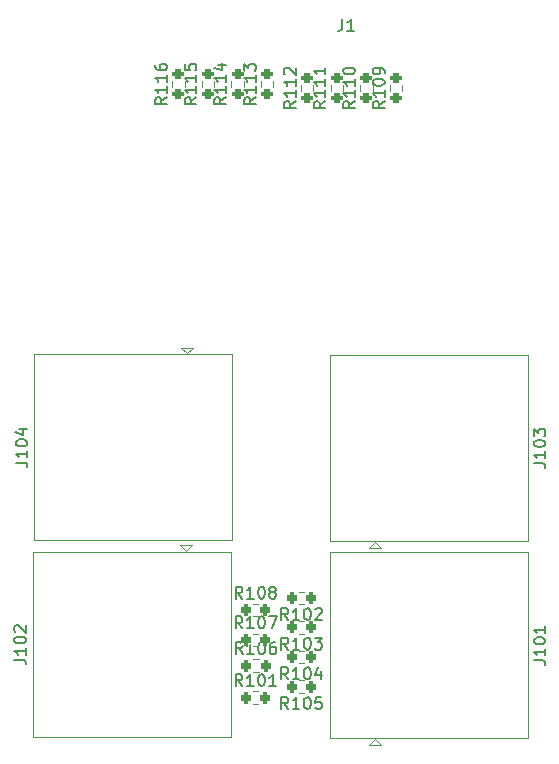
<source format=gbr>
%TF.GenerationSoftware,KiCad,Pcbnew,8.0.5-8.0.5-0~ubuntu22.04.1*%
%TF.CreationDate,2024-10-05T09:37:12-07:00*%
%TF.ProjectId,siglent-la,7369676c-656e-4742-9d6c-612e6b696361,rev?*%
%TF.SameCoordinates,Original*%
%TF.FileFunction,Legend,Top*%
%TF.FilePolarity,Positive*%
%FSLAX46Y46*%
G04 Gerber Fmt 4.6, Leading zero omitted, Abs format (unit mm)*
G04 Created by KiCad (PCBNEW 8.0.5-8.0.5-0~ubuntu22.04.1) date 2024-10-05 09:37:12*
%MOMM*%
%LPD*%
G01*
G04 APERTURE LIST*
G04 Aperture macros list*
%AMRoundRect*
0 Rectangle with rounded corners*
0 $1 Rounding radius*
0 $2 $3 $4 $5 $6 $7 $8 $9 X,Y pos of 4 corners*
0 Add a 4 corners polygon primitive as box body*
4,1,4,$2,$3,$4,$5,$6,$7,$8,$9,$2,$3,0*
0 Add four circle primitives for the rounded corners*
1,1,$1+$1,$2,$3*
1,1,$1+$1,$4,$5*
1,1,$1+$1,$6,$7*
1,1,$1+$1,$8,$9*
0 Add four rect primitives between the rounded corners*
20,1,$1+$1,$2,$3,$4,$5,0*
20,1,$1+$1,$4,$5,$6,$7,0*
20,1,$1+$1,$6,$7,$8,$9,0*
20,1,$1+$1,$8,$9,$2,$3,0*%
G04 Aperture macros list end*
%ADD10C,0.150000*%
%ADD11C,0.120000*%
%ADD12C,3.650000*%
%ADD13RoundRect,0.200000X0.275000X-0.200000X0.275000X0.200000X-0.275000X0.200000X-0.275000X-0.200000X0*%
%ADD14RoundRect,0.200000X-0.200000X-0.275000X0.200000X-0.275000X0.200000X0.275000X-0.200000X0.275000X0*%
%ADD15RoundRect,0.200000X0.200000X0.275000X-0.200000X0.275000X-0.200000X-0.275000X0.200000X-0.275000X0*%
%ADD16R,1.500000X1.500000*%
%ADD17C,1.500000*%
%ADD18R,0.700000X4.300000*%
%ADD19R,0.700000X3.200000*%
G04 APERTURE END LIST*
D10*
X100214819Y-76594047D02*
X99738628Y-76927380D01*
X100214819Y-77165475D02*
X99214819Y-77165475D01*
X99214819Y-77165475D02*
X99214819Y-76784523D01*
X99214819Y-76784523D02*
X99262438Y-76689285D01*
X99262438Y-76689285D02*
X99310057Y-76641666D01*
X99310057Y-76641666D02*
X99405295Y-76594047D01*
X99405295Y-76594047D02*
X99548152Y-76594047D01*
X99548152Y-76594047D02*
X99643390Y-76641666D01*
X99643390Y-76641666D02*
X99691009Y-76689285D01*
X99691009Y-76689285D02*
X99738628Y-76784523D01*
X99738628Y-76784523D02*
X99738628Y-77165475D01*
X100214819Y-75641666D02*
X100214819Y-76213094D01*
X100214819Y-75927380D02*
X99214819Y-75927380D01*
X99214819Y-75927380D02*
X99357676Y-76022618D01*
X99357676Y-76022618D02*
X99452914Y-76117856D01*
X99452914Y-76117856D02*
X99500533Y-76213094D01*
X100214819Y-74689285D02*
X100214819Y-75260713D01*
X100214819Y-74974999D02*
X99214819Y-74974999D01*
X99214819Y-74974999D02*
X99357676Y-75070237D01*
X99357676Y-75070237D02*
X99452914Y-75165475D01*
X99452914Y-75165475D02*
X99500533Y-75260713D01*
X99214819Y-73832142D02*
X99214819Y-74022618D01*
X99214819Y-74022618D02*
X99262438Y-74117856D01*
X99262438Y-74117856D02*
X99310057Y-74165475D01*
X99310057Y-74165475D02*
X99452914Y-74260713D01*
X99452914Y-74260713D02*
X99643390Y-74308332D01*
X99643390Y-74308332D02*
X100024342Y-74308332D01*
X100024342Y-74308332D02*
X100119580Y-74260713D01*
X100119580Y-74260713D02*
X100167200Y-74213094D01*
X100167200Y-74213094D02*
X100214819Y-74117856D01*
X100214819Y-74117856D02*
X100214819Y-73927380D01*
X100214819Y-73927380D02*
X100167200Y-73832142D01*
X100167200Y-73832142D02*
X100119580Y-73784523D01*
X100119580Y-73784523D02*
X100024342Y-73736904D01*
X100024342Y-73736904D02*
X99786247Y-73736904D01*
X99786247Y-73736904D02*
X99691009Y-73784523D01*
X99691009Y-73784523D02*
X99643390Y-73832142D01*
X99643390Y-73832142D02*
X99595771Y-73927380D01*
X99595771Y-73927380D02*
X99595771Y-74117856D01*
X99595771Y-74117856D02*
X99643390Y-74213094D01*
X99643390Y-74213094D02*
X99691009Y-74260713D01*
X99691009Y-74260713D02*
X99786247Y-74308332D01*
X102724819Y-76594047D02*
X102248628Y-76927380D01*
X102724819Y-77165475D02*
X101724819Y-77165475D01*
X101724819Y-77165475D02*
X101724819Y-76784523D01*
X101724819Y-76784523D02*
X101772438Y-76689285D01*
X101772438Y-76689285D02*
X101820057Y-76641666D01*
X101820057Y-76641666D02*
X101915295Y-76594047D01*
X101915295Y-76594047D02*
X102058152Y-76594047D01*
X102058152Y-76594047D02*
X102153390Y-76641666D01*
X102153390Y-76641666D02*
X102201009Y-76689285D01*
X102201009Y-76689285D02*
X102248628Y-76784523D01*
X102248628Y-76784523D02*
X102248628Y-77165475D01*
X102724819Y-75641666D02*
X102724819Y-76213094D01*
X102724819Y-75927380D02*
X101724819Y-75927380D01*
X101724819Y-75927380D02*
X101867676Y-76022618D01*
X101867676Y-76022618D02*
X101962914Y-76117856D01*
X101962914Y-76117856D02*
X102010533Y-76213094D01*
X102724819Y-74689285D02*
X102724819Y-75260713D01*
X102724819Y-74974999D02*
X101724819Y-74974999D01*
X101724819Y-74974999D02*
X101867676Y-75070237D01*
X101867676Y-75070237D02*
X101962914Y-75165475D01*
X101962914Y-75165475D02*
X102010533Y-75260713D01*
X101724819Y-73784523D02*
X101724819Y-74260713D01*
X101724819Y-74260713D02*
X102201009Y-74308332D01*
X102201009Y-74308332D02*
X102153390Y-74260713D01*
X102153390Y-74260713D02*
X102105771Y-74165475D01*
X102105771Y-74165475D02*
X102105771Y-73927380D01*
X102105771Y-73927380D02*
X102153390Y-73832142D01*
X102153390Y-73832142D02*
X102201009Y-73784523D01*
X102201009Y-73784523D02*
X102296247Y-73736904D01*
X102296247Y-73736904D02*
X102534342Y-73736904D01*
X102534342Y-73736904D02*
X102629580Y-73784523D01*
X102629580Y-73784523D02*
X102677200Y-73832142D01*
X102677200Y-73832142D02*
X102724819Y-73927380D01*
X102724819Y-73927380D02*
X102724819Y-74165475D01*
X102724819Y-74165475D02*
X102677200Y-74260713D01*
X102677200Y-74260713D02*
X102629580Y-74308332D01*
X105234819Y-76594047D02*
X104758628Y-76927380D01*
X105234819Y-77165475D02*
X104234819Y-77165475D01*
X104234819Y-77165475D02*
X104234819Y-76784523D01*
X104234819Y-76784523D02*
X104282438Y-76689285D01*
X104282438Y-76689285D02*
X104330057Y-76641666D01*
X104330057Y-76641666D02*
X104425295Y-76594047D01*
X104425295Y-76594047D02*
X104568152Y-76594047D01*
X104568152Y-76594047D02*
X104663390Y-76641666D01*
X104663390Y-76641666D02*
X104711009Y-76689285D01*
X104711009Y-76689285D02*
X104758628Y-76784523D01*
X104758628Y-76784523D02*
X104758628Y-77165475D01*
X105234819Y-75641666D02*
X105234819Y-76213094D01*
X105234819Y-75927380D02*
X104234819Y-75927380D01*
X104234819Y-75927380D02*
X104377676Y-76022618D01*
X104377676Y-76022618D02*
X104472914Y-76117856D01*
X104472914Y-76117856D02*
X104520533Y-76213094D01*
X105234819Y-74689285D02*
X105234819Y-75260713D01*
X105234819Y-74974999D02*
X104234819Y-74974999D01*
X104234819Y-74974999D02*
X104377676Y-75070237D01*
X104377676Y-75070237D02*
X104472914Y-75165475D01*
X104472914Y-75165475D02*
X104520533Y-75260713D01*
X104568152Y-73832142D02*
X105234819Y-73832142D01*
X104187200Y-74070237D02*
X104901485Y-74308332D01*
X104901485Y-74308332D02*
X104901485Y-73689285D01*
X107744819Y-76594047D02*
X107268628Y-76927380D01*
X107744819Y-77165475D02*
X106744819Y-77165475D01*
X106744819Y-77165475D02*
X106744819Y-76784523D01*
X106744819Y-76784523D02*
X106792438Y-76689285D01*
X106792438Y-76689285D02*
X106840057Y-76641666D01*
X106840057Y-76641666D02*
X106935295Y-76594047D01*
X106935295Y-76594047D02*
X107078152Y-76594047D01*
X107078152Y-76594047D02*
X107173390Y-76641666D01*
X107173390Y-76641666D02*
X107221009Y-76689285D01*
X107221009Y-76689285D02*
X107268628Y-76784523D01*
X107268628Y-76784523D02*
X107268628Y-77165475D01*
X107744819Y-75641666D02*
X107744819Y-76213094D01*
X107744819Y-75927380D02*
X106744819Y-75927380D01*
X106744819Y-75927380D02*
X106887676Y-76022618D01*
X106887676Y-76022618D02*
X106982914Y-76117856D01*
X106982914Y-76117856D02*
X107030533Y-76213094D01*
X107744819Y-74689285D02*
X107744819Y-75260713D01*
X107744819Y-74974999D02*
X106744819Y-74974999D01*
X106744819Y-74974999D02*
X106887676Y-75070237D01*
X106887676Y-75070237D02*
X106982914Y-75165475D01*
X106982914Y-75165475D02*
X107030533Y-75260713D01*
X106744819Y-74355951D02*
X106744819Y-73736904D01*
X106744819Y-73736904D02*
X107125771Y-74070237D01*
X107125771Y-74070237D02*
X107125771Y-73927380D01*
X107125771Y-73927380D02*
X107173390Y-73832142D01*
X107173390Y-73832142D02*
X107221009Y-73784523D01*
X107221009Y-73784523D02*
X107316247Y-73736904D01*
X107316247Y-73736904D02*
X107554342Y-73736904D01*
X107554342Y-73736904D02*
X107649580Y-73784523D01*
X107649580Y-73784523D02*
X107697200Y-73832142D01*
X107697200Y-73832142D02*
X107744819Y-73927380D01*
X107744819Y-73927380D02*
X107744819Y-74213094D01*
X107744819Y-74213094D02*
X107697200Y-74308332D01*
X107697200Y-74308332D02*
X107649580Y-74355951D01*
X111124819Y-76919047D02*
X110648628Y-77252380D01*
X111124819Y-77490475D02*
X110124819Y-77490475D01*
X110124819Y-77490475D02*
X110124819Y-77109523D01*
X110124819Y-77109523D02*
X110172438Y-77014285D01*
X110172438Y-77014285D02*
X110220057Y-76966666D01*
X110220057Y-76966666D02*
X110315295Y-76919047D01*
X110315295Y-76919047D02*
X110458152Y-76919047D01*
X110458152Y-76919047D02*
X110553390Y-76966666D01*
X110553390Y-76966666D02*
X110601009Y-77014285D01*
X110601009Y-77014285D02*
X110648628Y-77109523D01*
X110648628Y-77109523D02*
X110648628Y-77490475D01*
X111124819Y-75966666D02*
X111124819Y-76538094D01*
X111124819Y-76252380D02*
X110124819Y-76252380D01*
X110124819Y-76252380D02*
X110267676Y-76347618D01*
X110267676Y-76347618D02*
X110362914Y-76442856D01*
X110362914Y-76442856D02*
X110410533Y-76538094D01*
X111124819Y-75014285D02*
X111124819Y-75585713D01*
X111124819Y-75299999D02*
X110124819Y-75299999D01*
X110124819Y-75299999D02*
X110267676Y-75395237D01*
X110267676Y-75395237D02*
X110362914Y-75490475D01*
X110362914Y-75490475D02*
X110410533Y-75585713D01*
X110220057Y-74633332D02*
X110172438Y-74585713D01*
X110172438Y-74585713D02*
X110124819Y-74490475D01*
X110124819Y-74490475D02*
X110124819Y-74252380D01*
X110124819Y-74252380D02*
X110172438Y-74157142D01*
X110172438Y-74157142D02*
X110220057Y-74109523D01*
X110220057Y-74109523D02*
X110315295Y-74061904D01*
X110315295Y-74061904D02*
X110410533Y-74061904D01*
X110410533Y-74061904D02*
X110553390Y-74109523D01*
X110553390Y-74109523D02*
X111124819Y-74680951D01*
X111124819Y-74680951D02*
X111124819Y-74061904D01*
X113634819Y-76919047D02*
X113158628Y-77252380D01*
X113634819Y-77490475D02*
X112634819Y-77490475D01*
X112634819Y-77490475D02*
X112634819Y-77109523D01*
X112634819Y-77109523D02*
X112682438Y-77014285D01*
X112682438Y-77014285D02*
X112730057Y-76966666D01*
X112730057Y-76966666D02*
X112825295Y-76919047D01*
X112825295Y-76919047D02*
X112968152Y-76919047D01*
X112968152Y-76919047D02*
X113063390Y-76966666D01*
X113063390Y-76966666D02*
X113111009Y-77014285D01*
X113111009Y-77014285D02*
X113158628Y-77109523D01*
X113158628Y-77109523D02*
X113158628Y-77490475D01*
X113634819Y-75966666D02*
X113634819Y-76538094D01*
X113634819Y-76252380D02*
X112634819Y-76252380D01*
X112634819Y-76252380D02*
X112777676Y-76347618D01*
X112777676Y-76347618D02*
X112872914Y-76442856D01*
X112872914Y-76442856D02*
X112920533Y-76538094D01*
X113634819Y-75014285D02*
X113634819Y-75585713D01*
X113634819Y-75299999D02*
X112634819Y-75299999D01*
X112634819Y-75299999D02*
X112777676Y-75395237D01*
X112777676Y-75395237D02*
X112872914Y-75490475D01*
X112872914Y-75490475D02*
X112920533Y-75585713D01*
X113634819Y-74061904D02*
X113634819Y-74633332D01*
X113634819Y-74347618D02*
X112634819Y-74347618D01*
X112634819Y-74347618D02*
X112777676Y-74442856D01*
X112777676Y-74442856D02*
X112872914Y-74538094D01*
X112872914Y-74538094D02*
X112920533Y-74633332D01*
X116144819Y-76919047D02*
X115668628Y-77252380D01*
X116144819Y-77490475D02*
X115144819Y-77490475D01*
X115144819Y-77490475D02*
X115144819Y-77109523D01*
X115144819Y-77109523D02*
X115192438Y-77014285D01*
X115192438Y-77014285D02*
X115240057Y-76966666D01*
X115240057Y-76966666D02*
X115335295Y-76919047D01*
X115335295Y-76919047D02*
X115478152Y-76919047D01*
X115478152Y-76919047D02*
X115573390Y-76966666D01*
X115573390Y-76966666D02*
X115621009Y-77014285D01*
X115621009Y-77014285D02*
X115668628Y-77109523D01*
X115668628Y-77109523D02*
X115668628Y-77490475D01*
X116144819Y-75966666D02*
X116144819Y-76538094D01*
X116144819Y-76252380D02*
X115144819Y-76252380D01*
X115144819Y-76252380D02*
X115287676Y-76347618D01*
X115287676Y-76347618D02*
X115382914Y-76442856D01*
X115382914Y-76442856D02*
X115430533Y-76538094D01*
X116144819Y-75014285D02*
X116144819Y-75585713D01*
X116144819Y-75299999D02*
X115144819Y-75299999D01*
X115144819Y-75299999D02*
X115287676Y-75395237D01*
X115287676Y-75395237D02*
X115382914Y-75490475D01*
X115382914Y-75490475D02*
X115430533Y-75585713D01*
X115144819Y-74395237D02*
X115144819Y-74299999D01*
X115144819Y-74299999D02*
X115192438Y-74204761D01*
X115192438Y-74204761D02*
X115240057Y-74157142D01*
X115240057Y-74157142D02*
X115335295Y-74109523D01*
X115335295Y-74109523D02*
X115525771Y-74061904D01*
X115525771Y-74061904D02*
X115763866Y-74061904D01*
X115763866Y-74061904D02*
X115954342Y-74109523D01*
X115954342Y-74109523D02*
X116049580Y-74157142D01*
X116049580Y-74157142D02*
X116097200Y-74204761D01*
X116097200Y-74204761D02*
X116144819Y-74299999D01*
X116144819Y-74299999D02*
X116144819Y-74395237D01*
X116144819Y-74395237D02*
X116097200Y-74490475D01*
X116097200Y-74490475D02*
X116049580Y-74538094D01*
X116049580Y-74538094D02*
X115954342Y-74585713D01*
X115954342Y-74585713D02*
X115763866Y-74633332D01*
X115763866Y-74633332D02*
X115525771Y-74633332D01*
X115525771Y-74633332D02*
X115335295Y-74585713D01*
X115335295Y-74585713D02*
X115240057Y-74538094D01*
X115240057Y-74538094D02*
X115192438Y-74490475D01*
X115192438Y-74490475D02*
X115144819Y-74395237D01*
X118654819Y-76919047D02*
X118178628Y-77252380D01*
X118654819Y-77490475D02*
X117654819Y-77490475D01*
X117654819Y-77490475D02*
X117654819Y-77109523D01*
X117654819Y-77109523D02*
X117702438Y-77014285D01*
X117702438Y-77014285D02*
X117750057Y-76966666D01*
X117750057Y-76966666D02*
X117845295Y-76919047D01*
X117845295Y-76919047D02*
X117988152Y-76919047D01*
X117988152Y-76919047D02*
X118083390Y-76966666D01*
X118083390Y-76966666D02*
X118131009Y-77014285D01*
X118131009Y-77014285D02*
X118178628Y-77109523D01*
X118178628Y-77109523D02*
X118178628Y-77490475D01*
X118654819Y-75966666D02*
X118654819Y-76538094D01*
X118654819Y-76252380D02*
X117654819Y-76252380D01*
X117654819Y-76252380D02*
X117797676Y-76347618D01*
X117797676Y-76347618D02*
X117892914Y-76442856D01*
X117892914Y-76442856D02*
X117940533Y-76538094D01*
X117654819Y-75347618D02*
X117654819Y-75252380D01*
X117654819Y-75252380D02*
X117702438Y-75157142D01*
X117702438Y-75157142D02*
X117750057Y-75109523D01*
X117750057Y-75109523D02*
X117845295Y-75061904D01*
X117845295Y-75061904D02*
X118035771Y-75014285D01*
X118035771Y-75014285D02*
X118273866Y-75014285D01*
X118273866Y-75014285D02*
X118464342Y-75061904D01*
X118464342Y-75061904D02*
X118559580Y-75109523D01*
X118559580Y-75109523D02*
X118607200Y-75157142D01*
X118607200Y-75157142D02*
X118654819Y-75252380D01*
X118654819Y-75252380D02*
X118654819Y-75347618D01*
X118654819Y-75347618D02*
X118607200Y-75442856D01*
X118607200Y-75442856D02*
X118559580Y-75490475D01*
X118559580Y-75490475D02*
X118464342Y-75538094D01*
X118464342Y-75538094D02*
X118273866Y-75585713D01*
X118273866Y-75585713D02*
X118035771Y-75585713D01*
X118035771Y-75585713D02*
X117845295Y-75538094D01*
X117845295Y-75538094D02*
X117750057Y-75490475D01*
X117750057Y-75490475D02*
X117702438Y-75442856D01*
X117702438Y-75442856D02*
X117654819Y-75347618D01*
X118654819Y-74538094D02*
X118654819Y-74347618D01*
X118654819Y-74347618D02*
X118607200Y-74252380D01*
X118607200Y-74252380D02*
X118559580Y-74204761D01*
X118559580Y-74204761D02*
X118416723Y-74109523D01*
X118416723Y-74109523D02*
X118226247Y-74061904D01*
X118226247Y-74061904D02*
X117845295Y-74061904D01*
X117845295Y-74061904D02*
X117750057Y-74109523D01*
X117750057Y-74109523D02*
X117702438Y-74157142D01*
X117702438Y-74157142D02*
X117654819Y-74252380D01*
X117654819Y-74252380D02*
X117654819Y-74442856D01*
X117654819Y-74442856D02*
X117702438Y-74538094D01*
X117702438Y-74538094D02*
X117750057Y-74585713D01*
X117750057Y-74585713D02*
X117845295Y-74633332D01*
X117845295Y-74633332D02*
X118083390Y-74633332D01*
X118083390Y-74633332D02*
X118178628Y-74585713D01*
X118178628Y-74585713D02*
X118226247Y-74538094D01*
X118226247Y-74538094D02*
X118273866Y-74442856D01*
X118273866Y-74442856D02*
X118273866Y-74252380D01*
X118273866Y-74252380D02*
X118226247Y-74157142D01*
X118226247Y-74157142D02*
X118178628Y-74109523D01*
X118178628Y-74109523D02*
X118083390Y-74061904D01*
X106605952Y-119024819D02*
X106272619Y-118548628D01*
X106034524Y-119024819D02*
X106034524Y-118024819D01*
X106034524Y-118024819D02*
X106415476Y-118024819D01*
X106415476Y-118024819D02*
X106510714Y-118072438D01*
X106510714Y-118072438D02*
X106558333Y-118120057D01*
X106558333Y-118120057D02*
X106605952Y-118215295D01*
X106605952Y-118215295D02*
X106605952Y-118358152D01*
X106605952Y-118358152D02*
X106558333Y-118453390D01*
X106558333Y-118453390D02*
X106510714Y-118501009D01*
X106510714Y-118501009D02*
X106415476Y-118548628D01*
X106415476Y-118548628D02*
X106034524Y-118548628D01*
X107558333Y-119024819D02*
X106986905Y-119024819D01*
X107272619Y-119024819D02*
X107272619Y-118024819D01*
X107272619Y-118024819D02*
X107177381Y-118167676D01*
X107177381Y-118167676D02*
X107082143Y-118262914D01*
X107082143Y-118262914D02*
X106986905Y-118310533D01*
X108177381Y-118024819D02*
X108272619Y-118024819D01*
X108272619Y-118024819D02*
X108367857Y-118072438D01*
X108367857Y-118072438D02*
X108415476Y-118120057D01*
X108415476Y-118120057D02*
X108463095Y-118215295D01*
X108463095Y-118215295D02*
X108510714Y-118405771D01*
X108510714Y-118405771D02*
X108510714Y-118643866D01*
X108510714Y-118643866D02*
X108463095Y-118834342D01*
X108463095Y-118834342D02*
X108415476Y-118929580D01*
X108415476Y-118929580D02*
X108367857Y-118977200D01*
X108367857Y-118977200D02*
X108272619Y-119024819D01*
X108272619Y-119024819D02*
X108177381Y-119024819D01*
X108177381Y-119024819D02*
X108082143Y-118977200D01*
X108082143Y-118977200D02*
X108034524Y-118929580D01*
X108034524Y-118929580D02*
X107986905Y-118834342D01*
X107986905Y-118834342D02*
X107939286Y-118643866D01*
X107939286Y-118643866D02*
X107939286Y-118405771D01*
X107939286Y-118405771D02*
X107986905Y-118215295D01*
X107986905Y-118215295D02*
X108034524Y-118120057D01*
X108034524Y-118120057D02*
X108082143Y-118072438D01*
X108082143Y-118072438D02*
X108177381Y-118024819D01*
X109082143Y-118453390D02*
X108986905Y-118405771D01*
X108986905Y-118405771D02*
X108939286Y-118358152D01*
X108939286Y-118358152D02*
X108891667Y-118262914D01*
X108891667Y-118262914D02*
X108891667Y-118215295D01*
X108891667Y-118215295D02*
X108939286Y-118120057D01*
X108939286Y-118120057D02*
X108986905Y-118072438D01*
X108986905Y-118072438D02*
X109082143Y-118024819D01*
X109082143Y-118024819D02*
X109272619Y-118024819D01*
X109272619Y-118024819D02*
X109367857Y-118072438D01*
X109367857Y-118072438D02*
X109415476Y-118120057D01*
X109415476Y-118120057D02*
X109463095Y-118215295D01*
X109463095Y-118215295D02*
X109463095Y-118262914D01*
X109463095Y-118262914D02*
X109415476Y-118358152D01*
X109415476Y-118358152D02*
X109367857Y-118405771D01*
X109367857Y-118405771D02*
X109272619Y-118453390D01*
X109272619Y-118453390D02*
X109082143Y-118453390D01*
X109082143Y-118453390D02*
X108986905Y-118501009D01*
X108986905Y-118501009D02*
X108939286Y-118548628D01*
X108939286Y-118548628D02*
X108891667Y-118643866D01*
X108891667Y-118643866D02*
X108891667Y-118834342D01*
X108891667Y-118834342D02*
X108939286Y-118929580D01*
X108939286Y-118929580D02*
X108986905Y-118977200D01*
X108986905Y-118977200D02*
X109082143Y-119024819D01*
X109082143Y-119024819D02*
X109272619Y-119024819D01*
X109272619Y-119024819D02*
X109367857Y-118977200D01*
X109367857Y-118977200D02*
X109415476Y-118929580D01*
X109415476Y-118929580D02*
X109463095Y-118834342D01*
X109463095Y-118834342D02*
X109463095Y-118643866D01*
X109463095Y-118643866D02*
X109415476Y-118548628D01*
X109415476Y-118548628D02*
X109367857Y-118501009D01*
X109367857Y-118501009D02*
X109272619Y-118453390D01*
X106605952Y-121534819D02*
X106272619Y-121058628D01*
X106034524Y-121534819D02*
X106034524Y-120534819D01*
X106034524Y-120534819D02*
X106415476Y-120534819D01*
X106415476Y-120534819D02*
X106510714Y-120582438D01*
X106510714Y-120582438D02*
X106558333Y-120630057D01*
X106558333Y-120630057D02*
X106605952Y-120725295D01*
X106605952Y-120725295D02*
X106605952Y-120868152D01*
X106605952Y-120868152D02*
X106558333Y-120963390D01*
X106558333Y-120963390D02*
X106510714Y-121011009D01*
X106510714Y-121011009D02*
X106415476Y-121058628D01*
X106415476Y-121058628D02*
X106034524Y-121058628D01*
X107558333Y-121534819D02*
X106986905Y-121534819D01*
X107272619Y-121534819D02*
X107272619Y-120534819D01*
X107272619Y-120534819D02*
X107177381Y-120677676D01*
X107177381Y-120677676D02*
X107082143Y-120772914D01*
X107082143Y-120772914D02*
X106986905Y-120820533D01*
X108177381Y-120534819D02*
X108272619Y-120534819D01*
X108272619Y-120534819D02*
X108367857Y-120582438D01*
X108367857Y-120582438D02*
X108415476Y-120630057D01*
X108415476Y-120630057D02*
X108463095Y-120725295D01*
X108463095Y-120725295D02*
X108510714Y-120915771D01*
X108510714Y-120915771D02*
X108510714Y-121153866D01*
X108510714Y-121153866D02*
X108463095Y-121344342D01*
X108463095Y-121344342D02*
X108415476Y-121439580D01*
X108415476Y-121439580D02*
X108367857Y-121487200D01*
X108367857Y-121487200D02*
X108272619Y-121534819D01*
X108272619Y-121534819D02*
X108177381Y-121534819D01*
X108177381Y-121534819D02*
X108082143Y-121487200D01*
X108082143Y-121487200D02*
X108034524Y-121439580D01*
X108034524Y-121439580D02*
X107986905Y-121344342D01*
X107986905Y-121344342D02*
X107939286Y-121153866D01*
X107939286Y-121153866D02*
X107939286Y-120915771D01*
X107939286Y-120915771D02*
X107986905Y-120725295D01*
X107986905Y-120725295D02*
X108034524Y-120630057D01*
X108034524Y-120630057D02*
X108082143Y-120582438D01*
X108082143Y-120582438D02*
X108177381Y-120534819D01*
X108844048Y-120534819D02*
X109510714Y-120534819D01*
X109510714Y-120534819D02*
X109082143Y-121534819D01*
X106630952Y-123724819D02*
X106297619Y-123248628D01*
X106059524Y-123724819D02*
X106059524Y-122724819D01*
X106059524Y-122724819D02*
X106440476Y-122724819D01*
X106440476Y-122724819D02*
X106535714Y-122772438D01*
X106535714Y-122772438D02*
X106583333Y-122820057D01*
X106583333Y-122820057D02*
X106630952Y-122915295D01*
X106630952Y-122915295D02*
X106630952Y-123058152D01*
X106630952Y-123058152D02*
X106583333Y-123153390D01*
X106583333Y-123153390D02*
X106535714Y-123201009D01*
X106535714Y-123201009D02*
X106440476Y-123248628D01*
X106440476Y-123248628D02*
X106059524Y-123248628D01*
X107583333Y-123724819D02*
X107011905Y-123724819D01*
X107297619Y-123724819D02*
X107297619Y-122724819D01*
X107297619Y-122724819D02*
X107202381Y-122867676D01*
X107202381Y-122867676D02*
X107107143Y-122962914D01*
X107107143Y-122962914D02*
X107011905Y-123010533D01*
X108202381Y-122724819D02*
X108297619Y-122724819D01*
X108297619Y-122724819D02*
X108392857Y-122772438D01*
X108392857Y-122772438D02*
X108440476Y-122820057D01*
X108440476Y-122820057D02*
X108488095Y-122915295D01*
X108488095Y-122915295D02*
X108535714Y-123105771D01*
X108535714Y-123105771D02*
X108535714Y-123343866D01*
X108535714Y-123343866D02*
X108488095Y-123534342D01*
X108488095Y-123534342D02*
X108440476Y-123629580D01*
X108440476Y-123629580D02*
X108392857Y-123677200D01*
X108392857Y-123677200D02*
X108297619Y-123724819D01*
X108297619Y-123724819D02*
X108202381Y-123724819D01*
X108202381Y-123724819D02*
X108107143Y-123677200D01*
X108107143Y-123677200D02*
X108059524Y-123629580D01*
X108059524Y-123629580D02*
X108011905Y-123534342D01*
X108011905Y-123534342D02*
X107964286Y-123343866D01*
X107964286Y-123343866D02*
X107964286Y-123105771D01*
X107964286Y-123105771D02*
X108011905Y-122915295D01*
X108011905Y-122915295D02*
X108059524Y-122820057D01*
X108059524Y-122820057D02*
X108107143Y-122772438D01*
X108107143Y-122772438D02*
X108202381Y-122724819D01*
X109392857Y-122724819D02*
X109202381Y-122724819D01*
X109202381Y-122724819D02*
X109107143Y-122772438D01*
X109107143Y-122772438D02*
X109059524Y-122820057D01*
X109059524Y-122820057D02*
X108964286Y-122962914D01*
X108964286Y-122962914D02*
X108916667Y-123153390D01*
X108916667Y-123153390D02*
X108916667Y-123534342D01*
X108916667Y-123534342D02*
X108964286Y-123629580D01*
X108964286Y-123629580D02*
X109011905Y-123677200D01*
X109011905Y-123677200D02*
X109107143Y-123724819D01*
X109107143Y-123724819D02*
X109297619Y-123724819D01*
X109297619Y-123724819D02*
X109392857Y-123677200D01*
X109392857Y-123677200D02*
X109440476Y-123629580D01*
X109440476Y-123629580D02*
X109488095Y-123534342D01*
X109488095Y-123534342D02*
X109488095Y-123296247D01*
X109488095Y-123296247D02*
X109440476Y-123201009D01*
X109440476Y-123201009D02*
X109392857Y-123153390D01*
X109392857Y-123153390D02*
X109297619Y-123105771D01*
X109297619Y-123105771D02*
X109107143Y-123105771D01*
X109107143Y-123105771D02*
X109011905Y-123153390D01*
X109011905Y-123153390D02*
X108964286Y-123201009D01*
X108964286Y-123201009D02*
X108916667Y-123296247D01*
X110485952Y-128362319D02*
X110152619Y-127886128D01*
X109914524Y-128362319D02*
X109914524Y-127362319D01*
X109914524Y-127362319D02*
X110295476Y-127362319D01*
X110295476Y-127362319D02*
X110390714Y-127409938D01*
X110390714Y-127409938D02*
X110438333Y-127457557D01*
X110438333Y-127457557D02*
X110485952Y-127552795D01*
X110485952Y-127552795D02*
X110485952Y-127695652D01*
X110485952Y-127695652D02*
X110438333Y-127790890D01*
X110438333Y-127790890D02*
X110390714Y-127838509D01*
X110390714Y-127838509D02*
X110295476Y-127886128D01*
X110295476Y-127886128D02*
X109914524Y-127886128D01*
X111438333Y-128362319D02*
X110866905Y-128362319D01*
X111152619Y-128362319D02*
X111152619Y-127362319D01*
X111152619Y-127362319D02*
X111057381Y-127505176D01*
X111057381Y-127505176D02*
X110962143Y-127600414D01*
X110962143Y-127600414D02*
X110866905Y-127648033D01*
X112057381Y-127362319D02*
X112152619Y-127362319D01*
X112152619Y-127362319D02*
X112247857Y-127409938D01*
X112247857Y-127409938D02*
X112295476Y-127457557D01*
X112295476Y-127457557D02*
X112343095Y-127552795D01*
X112343095Y-127552795D02*
X112390714Y-127743271D01*
X112390714Y-127743271D02*
X112390714Y-127981366D01*
X112390714Y-127981366D02*
X112343095Y-128171842D01*
X112343095Y-128171842D02*
X112295476Y-128267080D01*
X112295476Y-128267080D02*
X112247857Y-128314700D01*
X112247857Y-128314700D02*
X112152619Y-128362319D01*
X112152619Y-128362319D02*
X112057381Y-128362319D01*
X112057381Y-128362319D02*
X111962143Y-128314700D01*
X111962143Y-128314700D02*
X111914524Y-128267080D01*
X111914524Y-128267080D02*
X111866905Y-128171842D01*
X111866905Y-128171842D02*
X111819286Y-127981366D01*
X111819286Y-127981366D02*
X111819286Y-127743271D01*
X111819286Y-127743271D02*
X111866905Y-127552795D01*
X111866905Y-127552795D02*
X111914524Y-127457557D01*
X111914524Y-127457557D02*
X111962143Y-127409938D01*
X111962143Y-127409938D02*
X112057381Y-127362319D01*
X113295476Y-127362319D02*
X112819286Y-127362319D01*
X112819286Y-127362319D02*
X112771667Y-127838509D01*
X112771667Y-127838509D02*
X112819286Y-127790890D01*
X112819286Y-127790890D02*
X112914524Y-127743271D01*
X112914524Y-127743271D02*
X113152619Y-127743271D01*
X113152619Y-127743271D02*
X113247857Y-127790890D01*
X113247857Y-127790890D02*
X113295476Y-127838509D01*
X113295476Y-127838509D02*
X113343095Y-127933747D01*
X113343095Y-127933747D02*
X113343095Y-128171842D01*
X113343095Y-128171842D02*
X113295476Y-128267080D01*
X113295476Y-128267080D02*
X113247857Y-128314700D01*
X113247857Y-128314700D02*
X113152619Y-128362319D01*
X113152619Y-128362319D02*
X112914524Y-128362319D01*
X112914524Y-128362319D02*
X112819286Y-128314700D01*
X112819286Y-128314700D02*
X112771667Y-128267080D01*
X110485952Y-125852319D02*
X110152619Y-125376128D01*
X109914524Y-125852319D02*
X109914524Y-124852319D01*
X109914524Y-124852319D02*
X110295476Y-124852319D01*
X110295476Y-124852319D02*
X110390714Y-124899938D01*
X110390714Y-124899938D02*
X110438333Y-124947557D01*
X110438333Y-124947557D02*
X110485952Y-125042795D01*
X110485952Y-125042795D02*
X110485952Y-125185652D01*
X110485952Y-125185652D02*
X110438333Y-125280890D01*
X110438333Y-125280890D02*
X110390714Y-125328509D01*
X110390714Y-125328509D02*
X110295476Y-125376128D01*
X110295476Y-125376128D02*
X109914524Y-125376128D01*
X111438333Y-125852319D02*
X110866905Y-125852319D01*
X111152619Y-125852319D02*
X111152619Y-124852319D01*
X111152619Y-124852319D02*
X111057381Y-124995176D01*
X111057381Y-124995176D02*
X110962143Y-125090414D01*
X110962143Y-125090414D02*
X110866905Y-125138033D01*
X112057381Y-124852319D02*
X112152619Y-124852319D01*
X112152619Y-124852319D02*
X112247857Y-124899938D01*
X112247857Y-124899938D02*
X112295476Y-124947557D01*
X112295476Y-124947557D02*
X112343095Y-125042795D01*
X112343095Y-125042795D02*
X112390714Y-125233271D01*
X112390714Y-125233271D02*
X112390714Y-125471366D01*
X112390714Y-125471366D02*
X112343095Y-125661842D01*
X112343095Y-125661842D02*
X112295476Y-125757080D01*
X112295476Y-125757080D02*
X112247857Y-125804700D01*
X112247857Y-125804700D02*
X112152619Y-125852319D01*
X112152619Y-125852319D02*
X112057381Y-125852319D01*
X112057381Y-125852319D02*
X111962143Y-125804700D01*
X111962143Y-125804700D02*
X111914524Y-125757080D01*
X111914524Y-125757080D02*
X111866905Y-125661842D01*
X111866905Y-125661842D02*
X111819286Y-125471366D01*
X111819286Y-125471366D02*
X111819286Y-125233271D01*
X111819286Y-125233271D02*
X111866905Y-125042795D01*
X111866905Y-125042795D02*
X111914524Y-124947557D01*
X111914524Y-124947557D02*
X111962143Y-124899938D01*
X111962143Y-124899938D02*
X112057381Y-124852319D01*
X113247857Y-125185652D02*
X113247857Y-125852319D01*
X113009762Y-124804700D02*
X112771667Y-125518985D01*
X112771667Y-125518985D02*
X113390714Y-125518985D01*
X110485952Y-123342319D02*
X110152619Y-122866128D01*
X109914524Y-123342319D02*
X109914524Y-122342319D01*
X109914524Y-122342319D02*
X110295476Y-122342319D01*
X110295476Y-122342319D02*
X110390714Y-122389938D01*
X110390714Y-122389938D02*
X110438333Y-122437557D01*
X110438333Y-122437557D02*
X110485952Y-122532795D01*
X110485952Y-122532795D02*
X110485952Y-122675652D01*
X110485952Y-122675652D02*
X110438333Y-122770890D01*
X110438333Y-122770890D02*
X110390714Y-122818509D01*
X110390714Y-122818509D02*
X110295476Y-122866128D01*
X110295476Y-122866128D02*
X109914524Y-122866128D01*
X111438333Y-123342319D02*
X110866905Y-123342319D01*
X111152619Y-123342319D02*
X111152619Y-122342319D01*
X111152619Y-122342319D02*
X111057381Y-122485176D01*
X111057381Y-122485176D02*
X110962143Y-122580414D01*
X110962143Y-122580414D02*
X110866905Y-122628033D01*
X112057381Y-122342319D02*
X112152619Y-122342319D01*
X112152619Y-122342319D02*
X112247857Y-122389938D01*
X112247857Y-122389938D02*
X112295476Y-122437557D01*
X112295476Y-122437557D02*
X112343095Y-122532795D01*
X112343095Y-122532795D02*
X112390714Y-122723271D01*
X112390714Y-122723271D02*
X112390714Y-122961366D01*
X112390714Y-122961366D02*
X112343095Y-123151842D01*
X112343095Y-123151842D02*
X112295476Y-123247080D01*
X112295476Y-123247080D02*
X112247857Y-123294700D01*
X112247857Y-123294700D02*
X112152619Y-123342319D01*
X112152619Y-123342319D02*
X112057381Y-123342319D01*
X112057381Y-123342319D02*
X111962143Y-123294700D01*
X111962143Y-123294700D02*
X111914524Y-123247080D01*
X111914524Y-123247080D02*
X111866905Y-123151842D01*
X111866905Y-123151842D02*
X111819286Y-122961366D01*
X111819286Y-122961366D02*
X111819286Y-122723271D01*
X111819286Y-122723271D02*
X111866905Y-122532795D01*
X111866905Y-122532795D02*
X111914524Y-122437557D01*
X111914524Y-122437557D02*
X111962143Y-122389938D01*
X111962143Y-122389938D02*
X112057381Y-122342319D01*
X112724048Y-122342319D02*
X113343095Y-122342319D01*
X113343095Y-122342319D02*
X113009762Y-122723271D01*
X113009762Y-122723271D02*
X113152619Y-122723271D01*
X113152619Y-122723271D02*
X113247857Y-122770890D01*
X113247857Y-122770890D02*
X113295476Y-122818509D01*
X113295476Y-122818509D02*
X113343095Y-122913747D01*
X113343095Y-122913747D02*
X113343095Y-123151842D01*
X113343095Y-123151842D02*
X113295476Y-123247080D01*
X113295476Y-123247080D02*
X113247857Y-123294700D01*
X113247857Y-123294700D02*
X113152619Y-123342319D01*
X113152619Y-123342319D02*
X112866905Y-123342319D01*
X112866905Y-123342319D02*
X112771667Y-123294700D01*
X112771667Y-123294700D02*
X112724048Y-123247080D01*
X110485952Y-120832319D02*
X110152619Y-120356128D01*
X109914524Y-120832319D02*
X109914524Y-119832319D01*
X109914524Y-119832319D02*
X110295476Y-119832319D01*
X110295476Y-119832319D02*
X110390714Y-119879938D01*
X110390714Y-119879938D02*
X110438333Y-119927557D01*
X110438333Y-119927557D02*
X110485952Y-120022795D01*
X110485952Y-120022795D02*
X110485952Y-120165652D01*
X110485952Y-120165652D02*
X110438333Y-120260890D01*
X110438333Y-120260890D02*
X110390714Y-120308509D01*
X110390714Y-120308509D02*
X110295476Y-120356128D01*
X110295476Y-120356128D02*
X109914524Y-120356128D01*
X111438333Y-120832319D02*
X110866905Y-120832319D01*
X111152619Y-120832319D02*
X111152619Y-119832319D01*
X111152619Y-119832319D02*
X111057381Y-119975176D01*
X111057381Y-119975176D02*
X110962143Y-120070414D01*
X110962143Y-120070414D02*
X110866905Y-120118033D01*
X112057381Y-119832319D02*
X112152619Y-119832319D01*
X112152619Y-119832319D02*
X112247857Y-119879938D01*
X112247857Y-119879938D02*
X112295476Y-119927557D01*
X112295476Y-119927557D02*
X112343095Y-120022795D01*
X112343095Y-120022795D02*
X112390714Y-120213271D01*
X112390714Y-120213271D02*
X112390714Y-120451366D01*
X112390714Y-120451366D02*
X112343095Y-120641842D01*
X112343095Y-120641842D02*
X112295476Y-120737080D01*
X112295476Y-120737080D02*
X112247857Y-120784700D01*
X112247857Y-120784700D02*
X112152619Y-120832319D01*
X112152619Y-120832319D02*
X112057381Y-120832319D01*
X112057381Y-120832319D02*
X111962143Y-120784700D01*
X111962143Y-120784700D02*
X111914524Y-120737080D01*
X111914524Y-120737080D02*
X111866905Y-120641842D01*
X111866905Y-120641842D02*
X111819286Y-120451366D01*
X111819286Y-120451366D02*
X111819286Y-120213271D01*
X111819286Y-120213271D02*
X111866905Y-120022795D01*
X111866905Y-120022795D02*
X111914524Y-119927557D01*
X111914524Y-119927557D02*
X111962143Y-119879938D01*
X111962143Y-119879938D02*
X112057381Y-119832319D01*
X112771667Y-119927557D02*
X112819286Y-119879938D01*
X112819286Y-119879938D02*
X112914524Y-119832319D01*
X112914524Y-119832319D02*
X113152619Y-119832319D01*
X113152619Y-119832319D02*
X113247857Y-119879938D01*
X113247857Y-119879938D02*
X113295476Y-119927557D01*
X113295476Y-119927557D02*
X113343095Y-120022795D01*
X113343095Y-120022795D02*
X113343095Y-120118033D01*
X113343095Y-120118033D02*
X113295476Y-120260890D01*
X113295476Y-120260890D02*
X112724048Y-120832319D01*
X112724048Y-120832319D02*
X113343095Y-120832319D01*
X106605952Y-126424819D02*
X106272619Y-125948628D01*
X106034524Y-126424819D02*
X106034524Y-125424819D01*
X106034524Y-125424819D02*
X106415476Y-125424819D01*
X106415476Y-125424819D02*
X106510714Y-125472438D01*
X106510714Y-125472438D02*
X106558333Y-125520057D01*
X106558333Y-125520057D02*
X106605952Y-125615295D01*
X106605952Y-125615295D02*
X106605952Y-125758152D01*
X106605952Y-125758152D02*
X106558333Y-125853390D01*
X106558333Y-125853390D02*
X106510714Y-125901009D01*
X106510714Y-125901009D02*
X106415476Y-125948628D01*
X106415476Y-125948628D02*
X106034524Y-125948628D01*
X107558333Y-126424819D02*
X106986905Y-126424819D01*
X107272619Y-126424819D02*
X107272619Y-125424819D01*
X107272619Y-125424819D02*
X107177381Y-125567676D01*
X107177381Y-125567676D02*
X107082143Y-125662914D01*
X107082143Y-125662914D02*
X106986905Y-125710533D01*
X108177381Y-125424819D02*
X108272619Y-125424819D01*
X108272619Y-125424819D02*
X108367857Y-125472438D01*
X108367857Y-125472438D02*
X108415476Y-125520057D01*
X108415476Y-125520057D02*
X108463095Y-125615295D01*
X108463095Y-125615295D02*
X108510714Y-125805771D01*
X108510714Y-125805771D02*
X108510714Y-126043866D01*
X108510714Y-126043866D02*
X108463095Y-126234342D01*
X108463095Y-126234342D02*
X108415476Y-126329580D01*
X108415476Y-126329580D02*
X108367857Y-126377200D01*
X108367857Y-126377200D02*
X108272619Y-126424819D01*
X108272619Y-126424819D02*
X108177381Y-126424819D01*
X108177381Y-126424819D02*
X108082143Y-126377200D01*
X108082143Y-126377200D02*
X108034524Y-126329580D01*
X108034524Y-126329580D02*
X107986905Y-126234342D01*
X107986905Y-126234342D02*
X107939286Y-126043866D01*
X107939286Y-126043866D02*
X107939286Y-125805771D01*
X107939286Y-125805771D02*
X107986905Y-125615295D01*
X107986905Y-125615295D02*
X108034524Y-125520057D01*
X108034524Y-125520057D02*
X108082143Y-125472438D01*
X108082143Y-125472438D02*
X108177381Y-125424819D01*
X109463095Y-126424819D02*
X108891667Y-126424819D01*
X109177381Y-126424819D02*
X109177381Y-125424819D01*
X109177381Y-125424819D02*
X109082143Y-125567676D01*
X109082143Y-125567676D02*
X108986905Y-125662914D01*
X108986905Y-125662914D02*
X108891667Y-125710533D01*
X87404819Y-107505714D02*
X88119104Y-107505714D01*
X88119104Y-107505714D02*
X88261961Y-107553333D01*
X88261961Y-107553333D02*
X88357200Y-107648571D01*
X88357200Y-107648571D02*
X88404819Y-107791428D01*
X88404819Y-107791428D02*
X88404819Y-107886666D01*
X88404819Y-106505714D02*
X88404819Y-107077142D01*
X88404819Y-106791428D02*
X87404819Y-106791428D01*
X87404819Y-106791428D02*
X87547676Y-106886666D01*
X87547676Y-106886666D02*
X87642914Y-106981904D01*
X87642914Y-106981904D02*
X87690533Y-107077142D01*
X87404819Y-105886666D02*
X87404819Y-105791428D01*
X87404819Y-105791428D02*
X87452438Y-105696190D01*
X87452438Y-105696190D02*
X87500057Y-105648571D01*
X87500057Y-105648571D02*
X87595295Y-105600952D01*
X87595295Y-105600952D02*
X87785771Y-105553333D01*
X87785771Y-105553333D02*
X88023866Y-105553333D01*
X88023866Y-105553333D02*
X88214342Y-105600952D01*
X88214342Y-105600952D02*
X88309580Y-105648571D01*
X88309580Y-105648571D02*
X88357200Y-105696190D01*
X88357200Y-105696190D02*
X88404819Y-105791428D01*
X88404819Y-105791428D02*
X88404819Y-105886666D01*
X88404819Y-105886666D02*
X88357200Y-105981904D01*
X88357200Y-105981904D02*
X88309580Y-106029523D01*
X88309580Y-106029523D02*
X88214342Y-106077142D01*
X88214342Y-106077142D02*
X88023866Y-106124761D01*
X88023866Y-106124761D02*
X87785771Y-106124761D01*
X87785771Y-106124761D02*
X87595295Y-106077142D01*
X87595295Y-106077142D02*
X87500057Y-106029523D01*
X87500057Y-106029523D02*
X87452438Y-105981904D01*
X87452438Y-105981904D02*
X87404819Y-105886666D01*
X87738152Y-104696190D02*
X88404819Y-104696190D01*
X87357200Y-104934285D02*
X88071485Y-105172380D01*
X88071485Y-105172380D02*
X88071485Y-104553333D01*
X131274819Y-107563214D02*
X131989104Y-107563214D01*
X131989104Y-107563214D02*
X132131961Y-107610833D01*
X132131961Y-107610833D02*
X132227200Y-107706071D01*
X132227200Y-107706071D02*
X132274819Y-107848928D01*
X132274819Y-107848928D02*
X132274819Y-107944166D01*
X132274819Y-106563214D02*
X132274819Y-107134642D01*
X132274819Y-106848928D02*
X131274819Y-106848928D01*
X131274819Y-106848928D02*
X131417676Y-106944166D01*
X131417676Y-106944166D02*
X131512914Y-107039404D01*
X131512914Y-107039404D02*
X131560533Y-107134642D01*
X131274819Y-105944166D02*
X131274819Y-105848928D01*
X131274819Y-105848928D02*
X131322438Y-105753690D01*
X131322438Y-105753690D02*
X131370057Y-105706071D01*
X131370057Y-105706071D02*
X131465295Y-105658452D01*
X131465295Y-105658452D02*
X131655771Y-105610833D01*
X131655771Y-105610833D02*
X131893866Y-105610833D01*
X131893866Y-105610833D02*
X132084342Y-105658452D01*
X132084342Y-105658452D02*
X132179580Y-105706071D01*
X132179580Y-105706071D02*
X132227200Y-105753690D01*
X132227200Y-105753690D02*
X132274819Y-105848928D01*
X132274819Y-105848928D02*
X132274819Y-105944166D01*
X132274819Y-105944166D02*
X132227200Y-106039404D01*
X132227200Y-106039404D02*
X132179580Y-106087023D01*
X132179580Y-106087023D02*
X132084342Y-106134642D01*
X132084342Y-106134642D02*
X131893866Y-106182261D01*
X131893866Y-106182261D02*
X131655771Y-106182261D01*
X131655771Y-106182261D02*
X131465295Y-106134642D01*
X131465295Y-106134642D02*
X131370057Y-106087023D01*
X131370057Y-106087023D02*
X131322438Y-106039404D01*
X131322438Y-106039404D02*
X131274819Y-105944166D01*
X131274819Y-105277499D02*
X131274819Y-104658452D01*
X131274819Y-104658452D02*
X131655771Y-104991785D01*
X131655771Y-104991785D02*
X131655771Y-104848928D01*
X131655771Y-104848928D02*
X131703390Y-104753690D01*
X131703390Y-104753690D02*
X131751009Y-104706071D01*
X131751009Y-104706071D02*
X131846247Y-104658452D01*
X131846247Y-104658452D02*
X132084342Y-104658452D01*
X132084342Y-104658452D02*
X132179580Y-104706071D01*
X132179580Y-104706071D02*
X132227200Y-104753690D01*
X132227200Y-104753690D02*
X132274819Y-104848928D01*
X132274819Y-104848928D02*
X132274819Y-105134642D01*
X132274819Y-105134642D02*
X132227200Y-105229880D01*
X132227200Y-105229880D02*
X132179580Y-105277499D01*
X87294819Y-124195714D02*
X88009104Y-124195714D01*
X88009104Y-124195714D02*
X88151961Y-124243333D01*
X88151961Y-124243333D02*
X88247200Y-124338571D01*
X88247200Y-124338571D02*
X88294819Y-124481428D01*
X88294819Y-124481428D02*
X88294819Y-124576666D01*
X88294819Y-123195714D02*
X88294819Y-123767142D01*
X88294819Y-123481428D02*
X87294819Y-123481428D01*
X87294819Y-123481428D02*
X87437676Y-123576666D01*
X87437676Y-123576666D02*
X87532914Y-123671904D01*
X87532914Y-123671904D02*
X87580533Y-123767142D01*
X87294819Y-122576666D02*
X87294819Y-122481428D01*
X87294819Y-122481428D02*
X87342438Y-122386190D01*
X87342438Y-122386190D02*
X87390057Y-122338571D01*
X87390057Y-122338571D02*
X87485295Y-122290952D01*
X87485295Y-122290952D02*
X87675771Y-122243333D01*
X87675771Y-122243333D02*
X87913866Y-122243333D01*
X87913866Y-122243333D02*
X88104342Y-122290952D01*
X88104342Y-122290952D02*
X88199580Y-122338571D01*
X88199580Y-122338571D02*
X88247200Y-122386190D01*
X88247200Y-122386190D02*
X88294819Y-122481428D01*
X88294819Y-122481428D02*
X88294819Y-122576666D01*
X88294819Y-122576666D02*
X88247200Y-122671904D01*
X88247200Y-122671904D02*
X88199580Y-122719523D01*
X88199580Y-122719523D02*
X88104342Y-122767142D01*
X88104342Y-122767142D02*
X87913866Y-122814761D01*
X87913866Y-122814761D02*
X87675771Y-122814761D01*
X87675771Y-122814761D02*
X87485295Y-122767142D01*
X87485295Y-122767142D02*
X87390057Y-122719523D01*
X87390057Y-122719523D02*
X87342438Y-122671904D01*
X87342438Y-122671904D02*
X87294819Y-122576666D01*
X87390057Y-121862380D02*
X87342438Y-121814761D01*
X87342438Y-121814761D02*
X87294819Y-121719523D01*
X87294819Y-121719523D02*
X87294819Y-121481428D01*
X87294819Y-121481428D02*
X87342438Y-121386190D01*
X87342438Y-121386190D02*
X87390057Y-121338571D01*
X87390057Y-121338571D02*
X87485295Y-121290952D01*
X87485295Y-121290952D02*
X87580533Y-121290952D01*
X87580533Y-121290952D02*
X87723390Y-121338571D01*
X87723390Y-121338571D02*
X88294819Y-121909999D01*
X88294819Y-121909999D02*
X88294819Y-121290952D01*
X131274819Y-124263214D02*
X131989104Y-124263214D01*
X131989104Y-124263214D02*
X132131961Y-124310833D01*
X132131961Y-124310833D02*
X132227200Y-124406071D01*
X132227200Y-124406071D02*
X132274819Y-124548928D01*
X132274819Y-124548928D02*
X132274819Y-124644166D01*
X132274819Y-123263214D02*
X132274819Y-123834642D01*
X132274819Y-123548928D02*
X131274819Y-123548928D01*
X131274819Y-123548928D02*
X131417676Y-123644166D01*
X131417676Y-123644166D02*
X131512914Y-123739404D01*
X131512914Y-123739404D02*
X131560533Y-123834642D01*
X131274819Y-122644166D02*
X131274819Y-122548928D01*
X131274819Y-122548928D02*
X131322438Y-122453690D01*
X131322438Y-122453690D02*
X131370057Y-122406071D01*
X131370057Y-122406071D02*
X131465295Y-122358452D01*
X131465295Y-122358452D02*
X131655771Y-122310833D01*
X131655771Y-122310833D02*
X131893866Y-122310833D01*
X131893866Y-122310833D02*
X132084342Y-122358452D01*
X132084342Y-122358452D02*
X132179580Y-122406071D01*
X132179580Y-122406071D02*
X132227200Y-122453690D01*
X132227200Y-122453690D02*
X132274819Y-122548928D01*
X132274819Y-122548928D02*
X132274819Y-122644166D01*
X132274819Y-122644166D02*
X132227200Y-122739404D01*
X132227200Y-122739404D02*
X132179580Y-122787023D01*
X132179580Y-122787023D02*
X132084342Y-122834642D01*
X132084342Y-122834642D02*
X131893866Y-122882261D01*
X131893866Y-122882261D02*
X131655771Y-122882261D01*
X131655771Y-122882261D02*
X131465295Y-122834642D01*
X131465295Y-122834642D02*
X131370057Y-122787023D01*
X131370057Y-122787023D02*
X131322438Y-122739404D01*
X131322438Y-122739404D02*
X131274819Y-122644166D01*
X132274819Y-121358452D02*
X132274819Y-121929880D01*
X132274819Y-121644166D02*
X131274819Y-121644166D01*
X131274819Y-121644166D02*
X131417676Y-121739404D01*
X131417676Y-121739404D02*
X131512914Y-121834642D01*
X131512914Y-121834642D02*
X131560533Y-121929880D01*
X115066666Y-69954819D02*
X115066666Y-70669104D01*
X115066666Y-70669104D02*
X115019047Y-70811961D01*
X115019047Y-70811961D02*
X114923809Y-70907200D01*
X114923809Y-70907200D02*
X114780952Y-70954819D01*
X114780952Y-70954819D02*
X114685714Y-70954819D01*
X116066666Y-70954819D02*
X115495238Y-70954819D01*
X115780952Y-70954819D02*
X115780952Y-69954819D01*
X115780952Y-69954819D02*
X115685714Y-70097676D01*
X115685714Y-70097676D02*
X115590476Y-70192914D01*
X115590476Y-70192914D02*
X115495238Y-70240533D01*
D11*
%TO.C,R116*%
X101712500Y-75712258D02*
X101712500Y-75237742D01*
X100667500Y-75712258D02*
X100667500Y-75237742D01*
%TO.C,R115*%
X104222500Y-75712258D02*
X104222500Y-75237742D01*
X103177500Y-75712258D02*
X103177500Y-75237742D01*
%TO.C,R114*%
X106732500Y-75712258D02*
X106732500Y-75237742D01*
X105687500Y-75712258D02*
X105687500Y-75237742D01*
%TO.C,R113*%
X109242500Y-75712258D02*
X109242500Y-75237742D01*
X108197500Y-75712258D02*
X108197500Y-75237742D01*
%TO.C,R112*%
X112622500Y-76037258D02*
X112622500Y-75562742D01*
X111577500Y-76037258D02*
X111577500Y-75562742D01*
%TO.C,R111*%
X115132500Y-76037258D02*
X115132500Y-75562742D01*
X114087500Y-76037258D02*
X114087500Y-75562742D01*
%TO.C,R110*%
X117642500Y-76037258D02*
X117642500Y-75562742D01*
X116597500Y-76037258D02*
X116597500Y-75562742D01*
%TO.C,R109*%
X120152500Y-76037258D02*
X120152500Y-75562742D01*
X119107500Y-76037258D02*
X119107500Y-75562742D01*
%TO.C,R108*%
X107487742Y-119477500D02*
X107962258Y-119477500D01*
X107487742Y-120522500D02*
X107962258Y-120522500D01*
%TO.C,R107*%
X107487742Y-121987500D02*
X107962258Y-121987500D01*
X107487742Y-123032500D02*
X107962258Y-123032500D01*
%TO.C,R106*%
X107512742Y-124177500D02*
X107987258Y-124177500D01*
X107512742Y-125222500D02*
X107987258Y-125222500D01*
%TO.C,R105*%
X111842258Y-125955000D02*
X111367742Y-125955000D01*
X111842258Y-127000000D02*
X111367742Y-127000000D01*
%TO.C,R104*%
X111842258Y-124490000D02*
X111367742Y-124490000D01*
X111842258Y-123445000D02*
X111367742Y-123445000D01*
%TO.C,R103*%
X111842258Y-121980000D02*
X111367742Y-121980000D01*
X111842258Y-120935000D02*
X111367742Y-120935000D01*
%TO.C,R102*%
X111842258Y-119470000D02*
X111367742Y-119470000D01*
X111842258Y-118425000D02*
X111367742Y-118425000D01*
%TO.C,R101*%
X107487742Y-127922500D02*
X107962258Y-127922500D01*
X107487742Y-126877500D02*
X107962258Y-126877500D01*
%TO.C,J104*%
X102450000Y-97770000D02*
X101450000Y-97770000D01*
X101450000Y-97770000D02*
X101950000Y-98270000D01*
X101950000Y-98270000D02*
X102450000Y-97770000D01*
X105740000Y-98350000D02*
X89000000Y-98350000D01*
X105740000Y-114070000D02*
X105740000Y-98350000D01*
X105740000Y-114080000D02*
X89000000Y-114080000D01*
X89000000Y-114080000D02*
X89000000Y-98350000D01*
%TO.C,J103*%
X117320000Y-114727500D02*
X118320000Y-114727500D01*
X118320000Y-114727500D02*
X117820000Y-114227500D01*
X117820000Y-114227500D02*
X117320000Y-114727500D01*
X114030000Y-114147500D02*
X130770000Y-114147500D01*
X114030000Y-98427500D02*
X114030000Y-114147500D01*
X114030000Y-98417500D02*
X130770000Y-98417500D01*
X130770000Y-98417500D02*
X130770000Y-114147500D01*
%TO.C,J102*%
X102340000Y-114460000D02*
X101340000Y-114460000D01*
X101340000Y-114460000D02*
X101840000Y-114960000D01*
X101840000Y-114960000D02*
X102340000Y-114460000D01*
X105630000Y-115040000D02*
X88890000Y-115040000D01*
X105630000Y-130760000D02*
X105630000Y-115040000D01*
X105630000Y-130770000D02*
X88890000Y-130770000D01*
X88890000Y-130770000D02*
X88890000Y-115040000D01*
%TO.C,J101*%
X117320000Y-131427500D02*
X118320000Y-131427500D01*
X118320000Y-131427500D02*
X117820000Y-130927500D01*
X117820000Y-130927500D02*
X117320000Y-131427500D01*
X114030000Y-130847500D02*
X130770000Y-130847500D01*
X114030000Y-115127500D02*
X114030000Y-130847500D01*
X114030000Y-115117500D02*
X130770000Y-115117500D01*
X130770000Y-115117500D02*
X130770000Y-130847500D01*
%TD*%
D12*
%TO.C,J104*%
X95600000Y-100500000D03*
X95600000Y-111930000D03*
%TD*%
%TO.C,J103*%
X124170000Y-111997500D03*
X124170000Y-100567500D03*
%TD*%
%TO.C,J102*%
X95490000Y-117190000D03*
X95490000Y-128620000D03*
%TD*%
%TO.C,J101*%
X124170000Y-128697500D03*
X124170000Y-117267500D03*
%TD*%
%LPC*%
D13*
%TO.C,R116*%
X101190000Y-74650000D03*
X101190000Y-76300000D03*
%TD*%
%TO.C,R115*%
X103700000Y-74650000D03*
X103700000Y-76300000D03*
%TD*%
%TO.C,R114*%
X106210000Y-74650000D03*
X106210000Y-76300000D03*
%TD*%
%TO.C,R113*%
X108720000Y-74650000D03*
X108720000Y-76300000D03*
%TD*%
%TO.C,R112*%
X112100000Y-74975000D03*
X112100000Y-76625000D03*
%TD*%
%TO.C,R111*%
X114610000Y-74975000D03*
X114610000Y-76625000D03*
%TD*%
%TO.C,R110*%
X117120000Y-74975000D03*
X117120000Y-76625000D03*
%TD*%
%TO.C,R109*%
X119630000Y-74975000D03*
X119630000Y-76625000D03*
%TD*%
D14*
%TO.C,R108*%
X106900000Y-120000000D03*
X108550000Y-120000000D03*
%TD*%
%TO.C,R107*%
X106900000Y-122510000D03*
X108550000Y-122510000D03*
%TD*%
%TO.C,R106*%
X106925000Y-124700000D03*
X108575000Y-124700000D03*
%TD*%
D15*
%TO.C,R105*%
X110780000Y-126477500D03*
X112430000Y-126477500D03*
%TD*%
%TO.C,R104*%
X112430000Y-123967500D03*
X110780000Y-123967500D03*
%TD*%
%TO.C,R103*%
X112430000Y-121457500D03*
X110780000Y-121457500D03*
%TD*%
%TO.C,R102*%
X112430000Y-118947500D03*
X110780000Y-118947500D03*
%TD*%
D14*
%TO.C,R101*%
X108550000Y-127400000D03*
X106900000Y-127400000D03*
%TD*%
D12*
%TO.C,J104*%
X95600000Y-100500000D03*
X95600000Y-111930000D03*
D16*
X101950000Y-101770000D03*
D17*
X104490000Y-103040000D03*
X101950000Y-104310000D03*
X104490000Y-105580000D03*
X101950000Y-106850000D03*
X104490000Y-108120000D03*
X101950000Y-109390000D03*
X104490000Y-110660000D03*
%TD*%
D12*
%TO.C,J103*%
X124170000Y-111997500D03*
X124170000Y-100567500D03*
D16*
X117820000Y-110727500D03*
D17*
X115280000Y-109457500D03*
X117820000Y-108187500D03*
X115280000Y-106917500D03*
X117820000Y-105647500D03*
X115280000Y-104377500D03*
X117820000Y-103107500D03*
X115280000Y-101837500D03*
%TD*%
D12*
%TO.C,J102*%
X95490000Y-117190000D03*
X95490000Y-128620000D03*
D16*
X101840000Y-118460000D03*
D17*
X104380000Y-119730000D03*
X101840000Y-121000000D03*
X104380000Y-122270000D03*
X101840000Y-123540000D03*
X104380000Y-124810000D03*
X101840000Y-126080000D03*
X104380000Y-127350000D03*
%TD*%
D12*
%TO.C,J101*%
X124170000Y-128697500D03*
X124170000Y-117267500D03*
D16*
X117820000Y-127427500D03*
D17*
X115280000Y-126157500D03*
X117820000Y-124887500D03*
X115280000Y-123617500D03*
X117820000Y-122347500D03*
X115280000Y-121077500D03*
X117820000Y-119807500D03*
X115280000Y-118537500D03*
%TD*%
D18*
%TO.C,J1*%
X101400000Y-67000000D03*
D19*
X102400000Y-67550000D03*
D18*
X103400000Y-67000000D03*
X104400000Y-67000000D03*
X105400000Y-67000000D03*
X106400000Y-67000000D03*
X107400000Y-67000000D03*
X110400000Y-67000000D03*
X111400000Y-67000000D03*
X112400000Y-67000000D03*
X113400000Y-67000000D03*
X114400000Y-67000000D03*
X115400000Y-67000000D03*
X116400000Y-67000000D03*
X117400000Y-67000000D03*
X118400000Y-67000000D03*
X119400000Y-67000000D03*
X120400000Y-67000000D03*
%TD*%
%LPD*%
M02*

</source>
